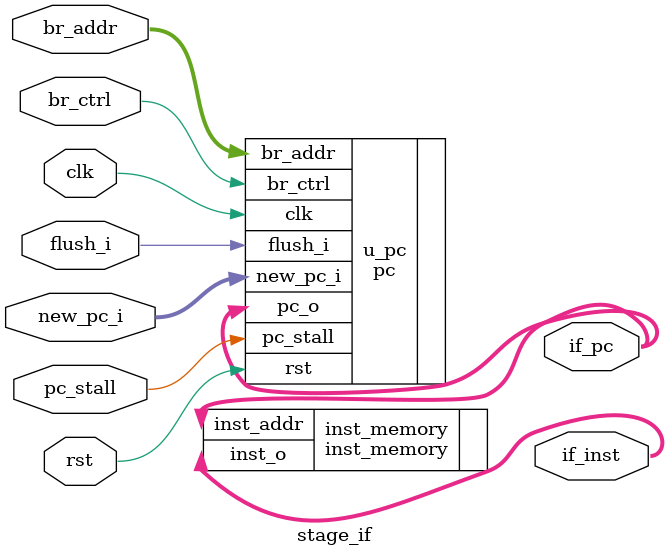
<source format=v>
module stage_if(
    input  wire          clk,
    input  wire          rst,
    input  wire          pc_stall,
    input  wire[31:0]    br_addr,
    input  wire          br_ctrl,
    output wire[31:0]    if_inst,
    output wire[31:0]    if_pc,

    input wire flush_i,
    input wire [31:0] new_pc_i

);

pc u_pc(
    .clk      (clk      ),
    .br_ctrl  (br_ctrl  ),
    .br_addr  (br_addr  ),
    .rst      (rst      ),
    .pc_o     (if_pc    ),
    .pc_stall (pc_stall ),
    .flush_i  (flush_i),
    .new_pc_i (new_pc_i)
);

inst_memory #(
    .IROM_SPACE (1024 )
)inst_memory(
    .inst_addr (if_pc     ),
    .inst_o    (if_inst      )
);


endmodule

</source>
